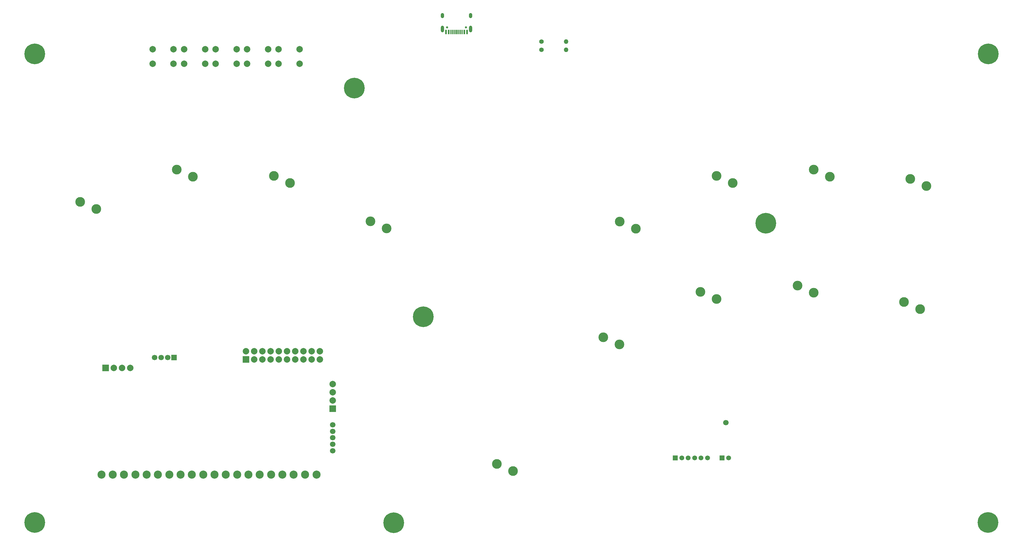
<source format=gts>
G04 #@! TF.GenerationSoftware,KiCad,Pcbnew,7.0.5*
G04 #@! TF.CreationDate,2023-09-08T18:01:39-04:00*
G04 #@! TF.ProjectId,Rory Hitbox Full Pcb,526f7279-2048-4697-9462-6f782046756c,rev?*
G04 #@! TF.SameCoordinates,Original*
G04 #@! TF.FileFunction,Soldermask,Top*
G04 #@! TF.FilePolarity,Negative*
%FSLAX46Y46*%
G04 Gerber Fmt 4.6, Leading zero omitted, Abs format (unit mm)*
G04 Created by KiCad (PCBNEW 7.0.5) date 2023-09-08 18:01:39*
%MOMM*%
%LPD*%
G01*
G04 APERTURE LIST*
%ADD10C,2.500000*%
%ADD11R,2.000000X2.000000*%
%ADD12C,2.000000*%
%ADD13C,1.700000*%
%ADD14R,1.700000X1.700000*%
%ADD15C,3.000000*%
%ADD16C,6.400000*%
%ADD17C,1.400000*%
%ADD18O,1.400000X1.400000*%
%ADD19C,0.650000*%
%ADD20O,1.000000X2.100000*%
%ADD21O,1.000000X1.600000*%
%ADD22R,0.600000X1.450000*%
%ADD23R,0.300000X1.450000*%
%ADD24C,1.700022*%
%ADD25C,1.499997*%
%ADD26R,1.499997X1.499997*%
G04 APERTURE END LIST*
D10*
X355720000Y-164861000D03*
X359220000Y-164861000D03*
X362720000Y-164861000D03*
X366220000Y-164861000D03*
X369720000Y-164861000D03*
X373220000Y-164861000D03*
X376720000Y-164861000D03*
X380220000Y-164861000D03*
X383720000Y-164861000D03*
X387220000Y-164861000D03*
X390720000Y-164861000D03*
X394220000Y-164861000D03*
X397720000Y-164861000D03*
X401220000Y-164861000D03*
X404720000Y-164861000D03*
X408220000Y-164861000D03*
X411720000Y-164861000D03*
X415220000Y-164861000D03*
X418720000Y-164861000D03*
X422310000Y-164861000D03*
D11*
X357043000Y-131804000D03*
D12*
X359583000Y-131804000D03*
X362123000Y-131804000D03*
X364663000Y-131804000D03*
D13*
X372200000Y-128600000D03*
X374200000Y-128600000D03*
X376200000Y-128600000D03*
D14*
X378200000Y-128600000D03*
D13*
X427294000Y-157420000D03*
X427294000Y-155420000D03*
X427294000Y-153420000D03*
X427294000Y-151420000D03*
X427294000Y-149392000D03*
D11*
X427294000Y-144416000D03*
D12*
X427294000Y-141876000D03*
X427294000Y-139336000D03*
X427294000Y-136796000D03*
X400454000Y-126656000D03*
D11*
X400454000Y-129196000D03*
D12*
X402994000Y-126656000D03*
X402994000Y-129196000D03*
X405534000Y-126656000D03*
X405534000Y-129196000D03*
X408074000Y-126656000D03*
X408074000Y-129196000D03*
X410614000Y-126656000D03*
X410614000Y-129196000D03*
X413154000Y-126656000D03*
X413154000Y-129196000D03*
X415694000Y-126656000D03*
X415694000Y-129192680D03*
X418234000Y-126656000D03*
X418234000Y-129206000D03*
X420774000Y-126656000D03*
X420774000Y-129196000D03*
X423304000Y-126656000D03*
X423304000Y-129196000D03*
X371550000Y-33160000D03*
X378050000Y-33160000D03*
X371550000Y-37660000D03*
X378050000Y-37660000D03*
D15*
X606000000Y-73300000D03*
X611000000Y-75500000D03*
D16*
X561300000Y-87000000D03*
X446200000Y-179700000D03*
X434000000Y-45200000D03*
D17*
X491890000Y-33300000D03*
D18*
X499510000Y-33300000D03*
D16*
X335070000Y-179630000D03*
D17*
X491890000Y-30800000D03*
D18*
X499510000Y-30800000D03*
D19*
X468490000Y-26400000D03*
X462710000Y-26400000D03*
D20*
X469920000Y-26930000D03*
D21*
X469920000Y-22750000D03*
D20*
X461280000Y-26930000D03*
D21*
X461280000Y-22750000D03*
D22*
X468850000Y-27845000D03*
X468050000Y-27845000D03*
D23*
X466850000Y-27845000D03*
X465850000Y-27845000D03*
X465350000Y-27845000D03*
X464350000Y-27845000D03*
D22*
X463150000Y-27845000D03*
X462350000Y-27845000D03*
X462350000Y-27845000D03*
X463150000Y-27845000D03*
D23*
X463850000Y-27845000D03*
X464850000Y-27845000D03*
X466350000Y-27845000D03*
X467350000Y-27845000D03*
D22*
X468050000Y-27845000D03*
X468850000Y-27845000D03*
D15*
X409100000Y-72400000D03*
X414100000Y-74600000D03*
D24*
X548990106Y-148721878D03*
D25*
X549790968Y-159664198D03*
D26*
X547790972Y-159664198D03*
D25*
X543290346Y-159664198D03*
X541290350Y-159664198D03*
X539290354Y-159664198D03*
X537290358Y-159664198D03*
X535290362Y-159664198D03*
D26*
X533290366Y-159664198D03*
D15*
X511000000Y-122300000D03*
X516000000Y-124500000D03*
X349100000Y-80400000D03*
X354100000Y-82600000D03*
X483100000Y-163700000D03*
X478100000Y-161500000D03*
D16*
X630080000Y-179630000D03*
X335100000Y-34640000D03*
D15*
X571100000Y-106300000D03*
X576100000Y-108500000D03*
X546100000Y-72400000D03*
X551100000Y-74600000D03*
D12*
X391050000Y-33160000D03*
X397550000Y-33160000D03*
X391050000Y-37660000D03*
X397550000Y-37660000D03*
D15*
X379000000Y-70400000D03*
X384000000Y-72600000D03*
X439000000Y-86400000D03*
X444000000Y-88600000D03*
D16*
X630150000Y-34640000D03*
D12*
X400800000Y-33160000D03*
X407300000Y-33160000D03*
X400800000Y-37660000D03*
X407300000Y-37660000D03*
X381300000Y-33160000D03*
X387800000Y-33160000D03*
X381300000Y-37660000D03*
X387800000Y-37660000D03*
D15*
X604100000Y-111400000D03*
X609100000Y-113600000D03*
X516100000Y-86500000D03*
X521100000Y-88700000D03*
D16*
X455300000Y-116000000D03*
D15*
X576100000Y-70400000D03*
X581100000Y-72600000D03*
D12*
X410550000Y-33160000D03*
X417050000Y-33160000D03*
X410550000Y-37660000D03*
X417050000Y-37660000D03*
D15*
X541100000Y-108300000D03*
X546100000Y-110500000D03*
M02*

</source>
